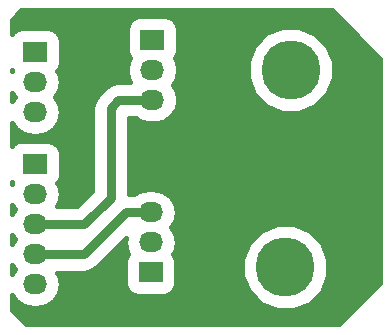
<source format=gbr>
G04 #@! TF.FileFunction,Copper,L2,Bot,Signal*
%FSLAX46Y46*%
G04 Gerber Fmt 4.6, Leading zero omitted, Abs format (unit mm)*
G04 Created by KiCad (PCBNEW 4.0.2-stable) date 27-6-2016 15:51:43*
%MOMM*%
G01*
G04 APERTURE LIST*
%ADD10C,0.100000*%
%ADD11R,2.032000X1.727200*%
%ADD12O,2.032000X1.727200*%
%ADD13C,5.001260*%
%ADD14C,0.800000*%
%ADD15C,0.454000*%
G04 APERTURE END LIST*
D10*
D11*
X31350000Y-37400000D03*
D12*
X31350000Y-34860000D03*
X31350000Y-32320000D03*
D11*
X31500000Y-17700000D03*
D12*
X31500000Y-20240000D03*
X31500000Y-22780000D03*
D13*
X43200000Y-20250000D03*
X42750000Y-36950000D03*
D11*
X21550000Y-28250000D03*
D12*
X21550000Y-30790000D03*
X21550000Y-33330000D03*
X21550000Y-35870000D03*
X21550000Y-38410000D03*
D11*
X21550000Y-18750000D03*
D12*
X21550000Y-21290000D03*
X21550000Y-23830000D03*
D14*
X31350000Y-32320000D02*
X29230000Y-32320000D01*
X25680000Y-35870000D02*
X21550000Y-35870000D01*
X29230000Y-32320000D02*
X25680000Y-35870000D01*
X31500000Y-22780000D02*
X28620000Y-22780000D01*
X25720000Y-33330000D02*
X21550000Y-33330000D01*
X27950000Y-31100000D02*
X25720000Y-33330000D01*
X27950000Y-23450000D02*
X27950000Y-31100000D01*
X28620000Y-22780000D02*
X27950000Y-23450000D01*
D15*
G36*
X50790000Y-19301198D02*
X50790000Y-38298802D01*
X47298802Y-41790000D01*
X20801198Y-41790000D01*
X19610000Y-40598802D01*
X19610000Y-39325999D01*
X19942235Y-39823224D01*
X20590628Y-40256466D01*
X21355459Y-40408600D01*
X21744541Y-40408600D01*
X22509372Y-40256466D01*
X23157765Y-39823224D01*
X23591007Y-39174831D01*
X23743141Y-38410000D01*
X23591007Y-37645169D01*
X23430531Y-37405000D01*
X25680000Y-37405000D01*
X26267419Y-37288155D01*
X26765409Y-36955409D01*
X29230367Y-34490451D01*
X29156859Y-34860000D01*
X29308993Y-35624831D01*
X29444545Y-35827699D01*
X29267939Y-36086171D01*
X29176765Y-36536400D01*
X29176765Y-38263600D01*
X29255907Y-38684206D01*
X29504485Y-39070506D01*
X29883771Y-39329661D01*
X30334000Y-39420835D01*
X32366000Y-39420835D01*
X32786606Y-39341693D01*
X33172906Y-39093115D01*
X33432061Y-38713829D01*
X33523235Y-38263600D01*
X33523235Y-37669999D01*
X39113740Y-37669999D01*
X39666066Y-39006728D01*
X40687892Y-40030340D01*
X42023656Y-40584997D01*
X43469999Y-40586260D01*
X44806728Y-40033934D01*
X45830340Y-39012108D01*
X46384997Y-37676344D01*
X46386260Y-36230001D01*
X45833934Y-34893272D01*
X44812108Y-33869660D01*
X43476344Y-33315003D01*
X42030001Y-33313740D01*
X40693272Y-33866066D01*
X39669660Y-34887892D01*
X39115003Y-36223656D01*
X39113740Y-37669999D01*
X33523235Y-37669999D01*
X33523235Y-36536400D01*
X33444093Y-36115794D01*
X33257112Y-35825219D01*
X33391007Y-35624831D01*
X33543141Y-34860000D01*
X33391007Y-34095169D01*
X33053464Y-33590000D01*
X33391007Y-33084831D01*
X33543141Y-32320000D01*
X33391007Y-31555169D01*
X32957765Y-30906776D01*
X32309372Y-30473534D01*
X31544541Y-30321400D01*
X31155459Y-30321400D01*
X30390628Y-30473534D01*
X29924486Y-30785000D01*
X29485000Y-30785000D01*
X29485000Y-24315000D01*
X30074486Y-24315000D01*
X30540628Y-24626466D01*
X31305459Y-24778600D01*
X31694541Y-24778600D01*
X32459372Y-24626466D01*
X33107765Y-24193224D01*
X33541007Y-23544831D01*
X33693141Y-22780000D01*
X33541007Y-22015169D01*
X33203464Y-21510000D01*
X33541007Y-21004831D01*
X33547935Y-20969999D01*
X39563740Y-20969999D01*
X40116066Y-22306728D01*
X41137892Y-23330340D01*
X42473656Y-23884997D01*
X43919999Y-23886260D01*
X45256728Y-23333934D01*
X46280340Y-22312108D01*
X46834997Y-20976344D01*
X46836260Y-19530001D01*
X46283934Y-18193272D01*
X45262108Y-17169660D01*
X43926344Y-16615003D01*
X42480001Y-16613740D01*
X41143272Y-17166066D01*
X40119660Y-18187892D01*
X39565003Y-19523656D01*
X39563740Y-20969999D01*
X33547935Y-20969999D01*
X33693141Y-20240000D01*
X33541007Y-19475169D01*
X33405455Y-19272301D01*
X33582061Y-19013829D01*
X33673235Y-18563600D01*
X33673235Y-16836400D01*
X33594093Y-16415794D01*
X33345515Y-16029494D01*
X32966229Y-15770339D01*
X32516000Y-15679165D01*
X30484000Y-15679165D01*
X30063394Y-15758307D01*
X29677094Y-16006885D01*
X29417939Y-16386171D01*
X29326765Y-16836400D01*
X29326765Y-18563600D01*
X29405907Y-18984206D01*
X29592888Y-19274781D01*
X29458993Y-19475169D01*
X29306859Y-20240000D01*
X29458993Y-21004831D01*
X29619469Y-21245000D01*
X28620000Y-21245000D01*
X28032581Y-21361845D01*
X27534591Y-21694591D01*
X26864591Y-22364591D01*
X26531845Y-22862581D01*
X26415000Y-23450000D01*
X26415000Y-30464182D01*
X25084182Y-31795000D01*
X23430531Y-31795000D01*
X23591007Y-31554831D01*
X23743141Y-30790000D01*
X23591007Y-30025169D01*
X23455455Y-29822301D01*
X23632061Y-29563829D01*
X23723235Y-29113600D01*
X23723235Y-27386400D01*
X23644093Y-26965794D01*
X23395515Y-26579494D01*
X23016229Y-26320339D01*
X22566000Y-26229165D01*
X20534000Y-26229165D01*
X20113394Y-26308307D01*
X19727094Y-26556885D01*
X19610000Y-26728258D01*
X19610000Y-24745999D01*
X19942235Y-25243224D01*
X20590628Y-25676466D01*
X21355459Y-25828600D01*
X21744541Y-25828600D01*
X22509372Y-25676466D01*
X23157765Y-25243224D01*
X23591007Y-24594831D01*
X23743141Y-23830000D01*
X23591007Y-23065169D01*
X23253464Y-22560000D01*
X23591007Y-22054831D01*
X23743141Y-21290000D01*
X23591007Y-20525169D01*
X23455455Y-20322301D01*
X23632061Y-20063829D01*
X23723235Y-19613600D01*
X23723235Y-17886400D01*
X23644093Y-17465794D01*
X23395515Y-17079494D01*
X23016229Y-16820339D01*
X22566000Y-16729165D01*
X20534000Y-16729165D01*
X20113394Y-16808307D01*
X19727094Y-17056885D01*
X19610000Y-17228258D01*
X19610000Y-16001198D01*
X20401198Y-15210000D01*
X46698802Y-15210000D01*
X50790000Y-19301198D01*
X50790000Y-19301198D01*
G37*
X50790000Y-19301198D02*
X50790000Y-38298802D01*
X47298802Y-41790000D01*
X20801198Y-41790000D01*
X19610000Y-40598802D01*
X19610000Y-39325999D01*
X19942235Y-39823224D01*
X20590628Y-40256466D01*
X21355459Y-40408600D01*
X21744541Y-40408600D01*
X22509372Y-40256466D01*
X23157765Y-39823224D01*
X23591007Y-39174831D01*
X23743141Y-38410000D01*
X23591007Y-37645169D01*
X23430531Y-37405000D01*
X25680000Y-37405000D01*
X26267419Y-37288155D01*
X26765409Y-36955409D01*
X29230367Y-34490451D01*
X29156859Y-34860000D01*
X29308993Y-35624831D01*
X29444545Y-35827699D01*
X29267939Y-36086171D01*
X29176765Y-36536400D01*
X29176765Y-38263600D01*
X29255907Y-38684206D01*
X29504485Y-39070506D01*
X29883771Y-39329661D01*
X30334000Y-39420835D01*
X32366000Y-39420835D01*
X32786606Y-39341693D01*
X33172906Y-39093115D01*
X33432061Y-38713829D01*
X33523235Y-38263600D01*
X33523235Y-37669999D01*
X39113740Y-37669999D01*
X39666066Y-39006728D01*
X40687892Y-40030340D01*
X42023656Y-40584997D01*
X43469999Y-40586260D01*
X44806728Y-40033934D01*
X45830340Y-39012108D01*
X46384997Y-37676344D01*
X46386260Y-36230001D01*
X45833934Y-34893272D01*
X44812108Y-33869660D01*
X43476344Y-33315003D01*
X42030001Y-33313740D01*
X40693272Y-33866066D01*
X39669660Y-34887892D01*
X39115003Y-36223656D01*
X39113740Y-37669999D01*
X33523235Y-37669999D01*
X33523235Y-36536400D01*
X33444093Y-36115794D01*
X33257112Y-35825219D01*
X33391007Y-35624831D01*
X33543141Y-34860000D01*
X33391007Y-34095169D01*
X33053464Y-33590000D01*
X33391007Y-33084831D01*
X33543141Y-32320000D01*
X33391007Y-31555169D01*
X32957765Y-30906776D01*
X32309372Y-30473534D01*
X31544541Y-30321400D01*
X31155459Y-30321400D01*
X30390628Y-30473534D01*
X29924486Y-30785000D01*
X29485000Y-30785000D01*
X29485000Y-24315000D01*
X30074486Y-24315000D01*
X30540628Y-24626466D01*
X31305459Y-24778600D01*
X31694541Y-24778600D01*
X32459372Y-24626466D01*
X33107765Y-24193224D01*
X33541007Y-23544831D01*
X33693141Y-22780000D01*
X33541007Y-22015169D01*
X33203464Y-21510000D01*
X33541007Y-21004831D01*
X33547935Y-20969999D01*
X39563740Y-20969999D01*
X40116066Y-22306728D01*
X41137892Y-23330340D01*
X42473656Y-23884997D01*
X43919999Y-23886260D01*
X45256728Y-23333934D01*
X46280340Y-22312108D01*
X46834997Y-20976344D01*
X46836260Y-19530001D01*
X46283934Y-18193272D01*
X45262108Y-17169660D01*
X43926344Y-16615003D01*
X42480001Y-16613740D01*
X41143272Y-17166066D01*
X40119660Y-18187892D01*
X39565003Y-19523656D01*
X39563740Y-20969999D01*
X33547935Y-20969999D01*
X33693141Y-20240000D01*
X33541007Y-19475169D01*
X33405455Y-19272301D01*
X33582061Y-19013829D01*
X33673235Y-18563600D01*
X33673235Y-16836400D01*
X33594093Y-16415794D01*
X33345515Y-16029494D01*
X32966229Y-15770339D01*
X32516000Y-15679165D01*
X30484000Y-15679165D01*
X30063394Y-15758307D01*
X29677094Y-16006885D01*
X29417939Y-16386171D01*
X29326765Y-16836400D01*
X29326765Y-18563600D01*
X29405907Y-18984206D01*
X29592888Y-19274781D01*
X29458993Y-19475169D01*
X29306859Y-20240000D01*
X29458993Y-21004831D01*
X29619469Y-21245000D01*
X28620000Y-21245000D01*
X28032581Y-21361845D01*
X27534591Y-21694591D01*
X26864591Y-22364591D01*
X26531845Y-22862581D01*
X26415000Y-23450000D01*
X26415000Y-30464182D01*
X25084182Y-31795000D01*
X23430531Y-31795000D01*
X23591007Y-31554831D01*
X23743141Y-30790000D01*
X23591007Y-30025169D01*
X23455455Y-29822301D01*
X23632061Y-29563829D01*
X23723235Y-29113600D01*
X23723235Y-27386400D01*
X23644093Y-26965794D01*
X23395515Y-26579494D01*
X23016229Y-26320339D01*
X22566000Y-26229165D01*
X20534000Y-26229165D01*
X20113394Y-26308307D01*
X19727094Y-26556885D01*
X19610000Y-26728258D01*
X19610000Y-24745999D01*
X19942235Y-25243224D01*
X20590628Y-25676466D01*
X21355459Y-25828600D01*
X21744541Y-25828600D01*
X22509372Y-25676466D01*
X23157765Y-25243224D01*
X23591007Y-24594831D01*
X23743141Y-23830000D01*
X23591007Y-23065169D01*
X23253464Y-22560000D01*
X23591007Y-22054831D01*
X23743141Y-21290000D01*
X23591007Y-20525169D01*
X23455455Y-20322301D01*
X23632061Y-20063829D01*
X23723235Y-19613600D01*
X23723235Y-17886400D01*
X23644093Y-17465794D01*
X23395515Y-17079494D01*
X23016229Y-16820339D01*
X22566000Y-16729165D01*
X20534000Y-16729165D01*
X20113394Y-16808307D01*
X19727094Y-17056885D01*
X19610000Y-17228258D01*
X19610000Y-16001198D01*
X20401198Y-15210000D01*
X46698802Y-15210000D01*
X50790000Y-19301198D01*
G36*
X19846536Y-37140000D02*
X19610000Y-37494001D01*
X19610000Y-36785999D01*
X19846536Y-37140000D01*
X19846536Y-37140000D01*
G37*
X19846536Y-37140000D02*
X19610000Y-37494001D01*
X19610000Y-36785999D01*
X19846536Y-37140000D01*
G36*
X19846536Y-34600000D02*
X19610000Y-34954001D01*
X19610000Y-34245999D01*
X19846536Y-34600000D01*
X19846536Y-34600000D01*
G37*
X19846536Y-34600000D02*
X19610000Y-34954001D01*
X19610000Y-34245999D01*
X19846536Y-34600000D01*
G36*
X19846536Y-32060000D02*
X19610000Y-32414001D01*
X19610000Y-31705999D01*
X19846536Y-32060000D01*
X19846536Y-32060000D01*
G37*
X19846536Y-32060000D02*
X19610000Y-32414001D01*
X19610000Y-31705999D01*
X19846536Y-32060000D01*
G36*
X19642888Y-29824781D02*
X19610000Y-29874001D01*
X19610000Y-29773673D01*
X19642888Y-29824781D01*
X19642888Y-29824781D01*
G37*
X19642888Y-29824781D02*
X19610000Y-29874001D01*
X19610000Y-29773673D01*
X19642888Y-29824781D01*
G36*
X19846536Y-22560000D02*
X19610000Y-22914001D01*
X19610000Y-22205999D01*
X19846536Y-22560000D01*
X19846536Y-22560000D01*
G37*
X19846536Y-22560000D02*
X19610000Y-22914001D01*
X19610000Y-22205999D01*
X19846536Y-22560000D01*
G36*
X19642888Y-20324781D02*
X19610000Y-20374001D01*
X19610000Y-20273673D01*
X19642888Y-20324781D01*
X19642888Y-20324781D01*
G37*
X19642888Y-20324781D02*
X19610000Y-20374001D01*
X19610000Y-20273673D01*
X19642888Y-20324781D01*
M02*

</source>
